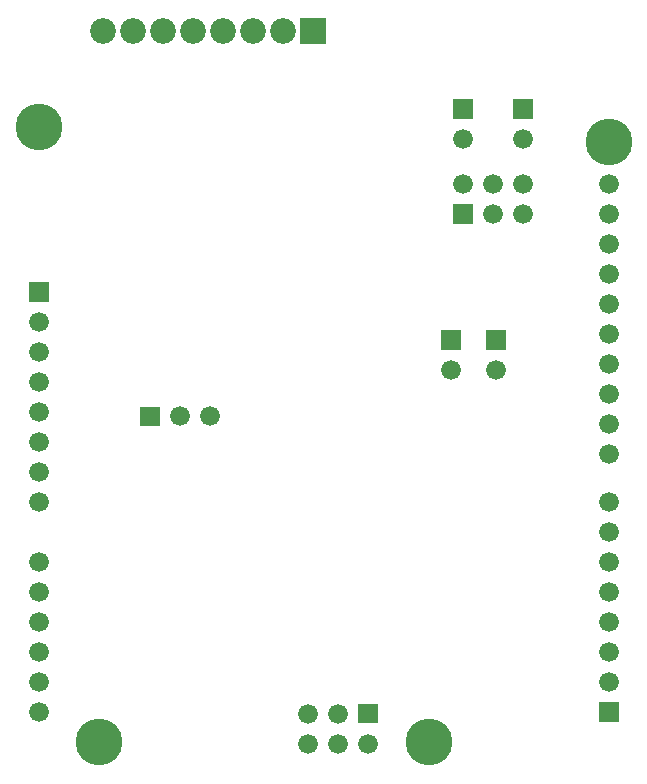
<source format=gbr>
G04 start of page 7 for group -4062 idx -4062 *
G04 Title: (unknown), soldermask *
G04 Creator: pcb 20110918 *
G04 CreationDate: Sat 02 Feb 2013 09:15:24 PM GMT UTC *
G04 For: petersen *
G04 Format: Gerber/RS-274X *
G04 PCB-Dimensions: 210000 270000 *
G04 PCB-Coordinate-Origin: lower left *
%MOIN*%
%FSLAX25Y25*%
%LNBOTTOMMASK*%
%ADD59C,0.0860*%
%ADD58C,0.1560*%
%ADD57C,0.0660*%
%ADD56C,0.0001*%
G54D56*G36*
X196700Y23300D02*Y16700D01*
X203300D01*
Y23300D01*
X196700D01*
G37*
G54D57*X200000Y30000D03*
Y40000D03*
Y50000D03*
Y60000D03*
Y70000D03*
G54D58*X140000Y10000D03*
G54D57*X119803Y9449D03*
X109803D03*
X99803D03*
G54D56*G36*
X116503Y22749D02*Y16149D01*
X123103D01*
Y22749D01*
X116503D01*
G37*
G54D57*X109803Y19449D03*
X99803D03*
X10000Y130000D03*
Y120000D03*
Y110000D03*
Y100000D03*
G54D56*G36*
X6700Y163300D02*Y156700D01*
X13300D01*
Y163300D01*
X6700D01*
G37*
G54D57*X10000Y150000D03*
Y140000D03*
G54D58*Y215000D03*
G54D56*G36*
X43700Y121800D02*Y115200D01*
X50300D01*
Y121800D01*
X43700D01*
G37*
G54D57*X57000Y118500D03*
X67000D03*
X200000Y80000D03*
Y90000D03*
Y106000D03*
Y116000D03*
X10000Y90000D03*
Y70000D03*
Y60000D03*
Y50000D03*
Y40000D03*
Y30000D03*
Y20000D03*
G54D58*X30000Y10000D03*
G54D57*X200000Y126000D03*
Y136000D03*
Y146000D03*
Y156000D03*
Y166000D03*
Y176000D03*
G54D56*G36*
X159200Y147300D02*Y140700D01*
X165800D01*
Y147300D01*
X159200D01*
G37*
G54D57*X162500Y134000D03*
G54D56*G36*
X144200Y147300D02*Y140700D01*
X150800D01*
Y147300D01*
X144200D01*
G37*
G54D57*X147500Y134000D03*
X200000Y186000D03*
Y196000D03*
G54D58*Y210000D03*
G54D56*G36*
X148200Y189300D02*Y182700D01*
X154800D01*
Y189300D01*
X148200D01*
G37*
G54D57*X161500Y186000D03*
X171500D03*
X151500Y196000D03*
X161500D03*
X171500D03*
G54D56*G36*
X168200Y224300D02*Y217700D01*
X174800D01*
Y224300D01*
X168200D01*
G37*
G54D57*X171500Y211000D03*
G54D56*G36*
X148200Y224300D02*Y217700D01*
X154800D01*
Y224300D01*
X148200D01*
G37*
G54D57*X151500Y211000D03*
G54D56*G36*
X97200Y251300D02*Y242700D01*
X105800D01*
Y251300D01*
X97200D01*
G37*
G54D59*X91500Y247000D03*
X81500D03*
X71500D03*
X61500D03*
X51500D03*
X41500D03*
X31500D03*
M02*

</source>
